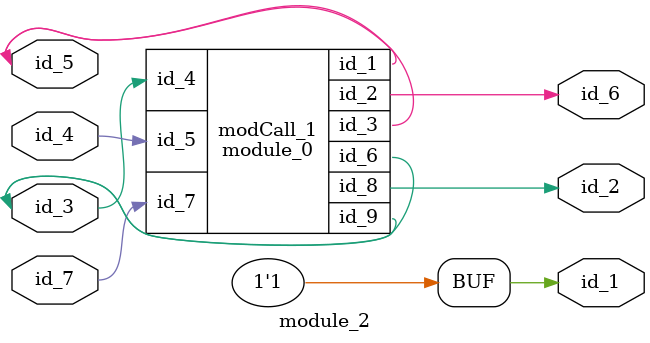
<source format=v>
module module_0 (
    id_1,
    id_2,
    id_3,
    id_4,
    id_5,
    id_6,
    id_7,
    id_8,
    id_9
);
  output wire id_9;
  output wire id_8;
  input wire id_7;
  inout wire id_6;
  input wire id_5;
  input wire id_4;
  inout wire id_3;
  output wire id_2;
  inout wire id_1;
  wire id_10;
  assign module_1.id_0 = 0;
endmodule
module module_1 (
    input wand id_0,
    input tri  id_1
);
  assign id_3 = 1;
  module_0 modCall_1 (
      id_3,
      id_3,
      id_3,
      id_3,
      id_3,
      id_3,
      id_3,
      id_3,
      id_3
  );
endmodule
module module_2 (
    id_1,
    id_2,
    id_3,
    id_4,
    id_5,
    id_6,
    id_7
);
  input wire id_7;
  output wire id_6;
  inout wire id_5;
  input wire id_4;
  inout wire id_3;
  output wire id_2;
  output wire id_1;
  assign id_1 = 1;
  module_0 modCall_1 (
      id_5,
      id_6,
      id_5,
      id_3,
      id_4,
      id_3,
      id_7,
      id_2,
      id_3
  );
endmodule

</source>
